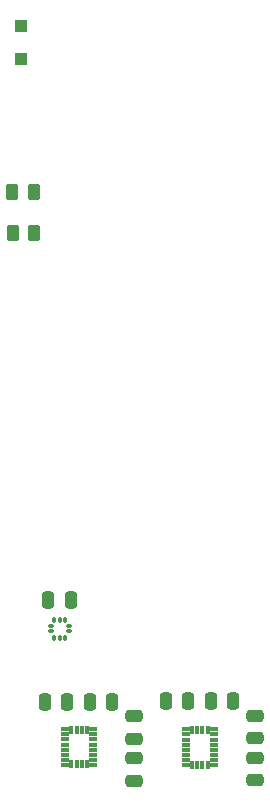
<source format=gtp>
%TF.GenerationSoftware,KiCad,Pcbnew,7.0.2*%
%TF.CreationDate,2023-08-01T20:03:33-04:00*%
%TF.ProjectId,imu-testbed,696d752d-7465-4737-9462-65642e6b6963,rev?*%
%TF.SameCoordinates,Original*%
%TF.FileFunction,Paste,Top*%
%TF.FilePolarity,Positive*%
%FSLAX46Y46*%
G04 Gerber Fmt 4.6, Leading zero omitted, Abs format (unit mm)*
G04 Created by KiCad (PCBNEW 7.0.2) date 2023-08-01 20:03:33*
%MOMM*%
%LPD*%
G01*
G04 APERTURE LIST*
G04 Aperture macros list*
%AMRoundRect*
0 Rectangle with rounded corners*
0 $1 Rounding radius*
0 $2 $3 $4 $5 $6 $7 $8 $9 X,Y pos of 4 corners*
0 Add a 4 corners polygon primitive as box body*
4,1,4,$2,$3,$4,$5,$6,$7,$8,$9,$2,$3,0*
0 Add four circle primitives for the rounded corners*
1,1,$1+$1,$2,$3*
1,1,$1+$1,$4,$5*
1,1,$1+$1,$6,$7*
1,1,$1+$1,$8,$9*
0 Add four rect primitives between the rounded corners*
20,1,$1+$1,$2,$3,$4,$5,0*
20,1,$1+$1,$4,$5,$6,$7,0*
20,1,$1+$1,$6,$7,$8,$9,0*
20,1,$1+$1,$8,$9,$2,$3,0*%
G04 Aperture macros list end*
%ADD10RoundRect,0.250000X-0.262500X-0.450000X0.262500X-0.450000X0.262500X0.450000X-0.262500X0.450000X0*%
%ADD11RoundRect,0.250000X0.300000X-0.300000X0.300000X0.300000X-0.300000X0.300000X-0.300000X-0.300000X0*%
%ADD12RoundRect,0.002800X-0.262200X-0.137200X0.262200X-0.137200X0.262200X0.137200X-0.262200X0.137200X0*%
%ADD13RoundRect,0.002800X0.137200X-0.262200X0.137200X0.262200X-0.137200X0.262200X-0.137200X-0.262200X0*%
%ADD14RoundRect,0.002800X0.262200X0.137200X-0.262200X0.137200X-0.262200X-0.137200X0.262200X-0.137200X0*%
%ADD15RoundRect,0.002800X-0.137200X0.262200X-0.137200X-0.262200X0.137200X-0.262200X0.137200X0.262200X0*%
%ADD16RoundRect,0.250000X-0.475000X0.250000X-0.475000X-0.250000X0.475000X-0.250000X0.475000X0.250000X0*%
%ADD17RoundRect,0.250000X0.250000X0.475000X-0.250000X0.475000X-0.250000X-0.475000X0.250000X-0.475000X0*%
%ADD18RoundRect,0.250000X-0.250000X-0.475000X0.250000X-0.475000X0.250000X0.475000X-0.250000X0.475000X0*%
%ADD19RoundRect,0.087500X-0.125000X-0.087500X0.125000X-0.087500X0.125000X0.087500X-0.125000X0.087500X0*%
%ADD20RoundRect,0.087500X-0.087500X-0.125000X0.087500X-0.125000X0.087500X0.125000X-0.087500X0.125000X0*%
G04 APERTURE END LIST*
D10*
%TO.C,R14*%
X129008500Y-99822000D03*
X130833500Y-99822000D03*
%TD*%
%TO.C,R13*%
X128985000Y-96364000D03*
X130810000Y-96364000D03*
%TD*%
D11*
%TO.C,D1*%
X129667000Y-85093000D03*
X129667000Y-82293000D03*
%TD*%
D12*
%TO.C,U3*%
X135840000Y-141878000D03*
D13*
X135265000Y-141913000D03*
X134835000Y-141913000D03*
X134405000Y-141913000D03*
X133975000Y-141913000D03*
D14*
X133400000Y-141878000D03*
X133400000Y-142308000D03*
X133400000Y-142738000D03*
X133400000Y-143168000D03*
X133400000Y-143598000D03*
X133400000Y-144028000D03*
X133400000Y-144458000D03*
X133400000Y-144888000D03*
D15*
X133975000Y-144853000D03*
X134405000Y-144853000D03*
X134835000Y-144853000D03*
X135265000Y-144853000D03*
D12*
X135840000Y-144888000D03*
X135840000Y-144458000D03*
X135840000Y-144028000D03*
X135840000Y-143598000D03*
X135840000Y-143168000D03*
X135840000Y-142738000D03*
X135840000Y-142308000D03*
%TD*%
D16*
%TO.C,C8*%
X139269000Y-140792000D03*
X139269000Y-142692000D03*
%TD*%
%TO.C,C7*%
X139269000Y-144348000D03*
X139269000Y-146248000D03*
%TD*%
D17*
%TO.C,C6*%
X137425000Y-139583000D03*
X135525000Y-139583000D03*
%TD*%
D18*
%TO.C,C5*%
X131715000Y-139583000D03*
X133615000Y-139583000D03*
%TD*%
D12*
%TO.C,U2*%
X146077000Y-141888000D03*
D13*
X145502000Y-141923000D03*
X145072000Y-141923000D03*
X144642000Y-141923000D03*
X144212000Y-141923000D03*
D14*
X143637000Y-141888000D03*
X143637000Y-142318000D03*
X143637000Y-142748000D03*
X143637000Y-143178000D03*
X143637000Y-143608000D03*
X143637000Y-144038000D03*
X143637000Y-144468000D03*
X143637000Y-144898000D03*
D15*
X144212000Y-144863000D03*
X144642000Y-144863000D03*
X145072000Y-144863000D03*
X145502000Y-144863000D03*
D12*
X146077000Y-144898000D03*
X146077000Y-144468000D03*
X146077000Y-144038000D03*
X146077000Y-143608000D03*
X146077000Y-143178000D03*
X146077000Y-142748000D03*
X146077000Y-142318000D03*
%TD*%
D16*
%TO.C,C4*%
X149517000Y-140719000D03*
X149517000Y-142619000D03*
%TD*%
D18*
%TO.C,C3*%
X141963000Y-139510000D03*
X143863000Y-139510000D03*
%TD*%
D17*
%TO.C,C2*%
X147673000Y-139510000D03*
X145773000Y-139510000D03*
%TD*%
D16*
%TO.C,C1*%
X149517000Y-144275000D03*
X149517000Y-146175000D03*
%TD*%
D19*
%TO.C,U8*%
X132207000Y-133096000D03*
X132207000Y-133596000D03*
D20*
X132469500Y-134108500D03*
X132969500Y-134108500D03*
X133469500Y-134108500D03*
D19*
X133732000Y-133596000D03*
X133732000Y-133096000D03*
D20*
X133469500Y-132583500D03*
X132969500Y-132583500D03*
X132469500Y-132583500D03*
%TD*%
D18*
%TO.C,C13*%
X132019000Y-130937000D03*
X133919000Y-130937000D03*
%TD*%
M02*

</source>
